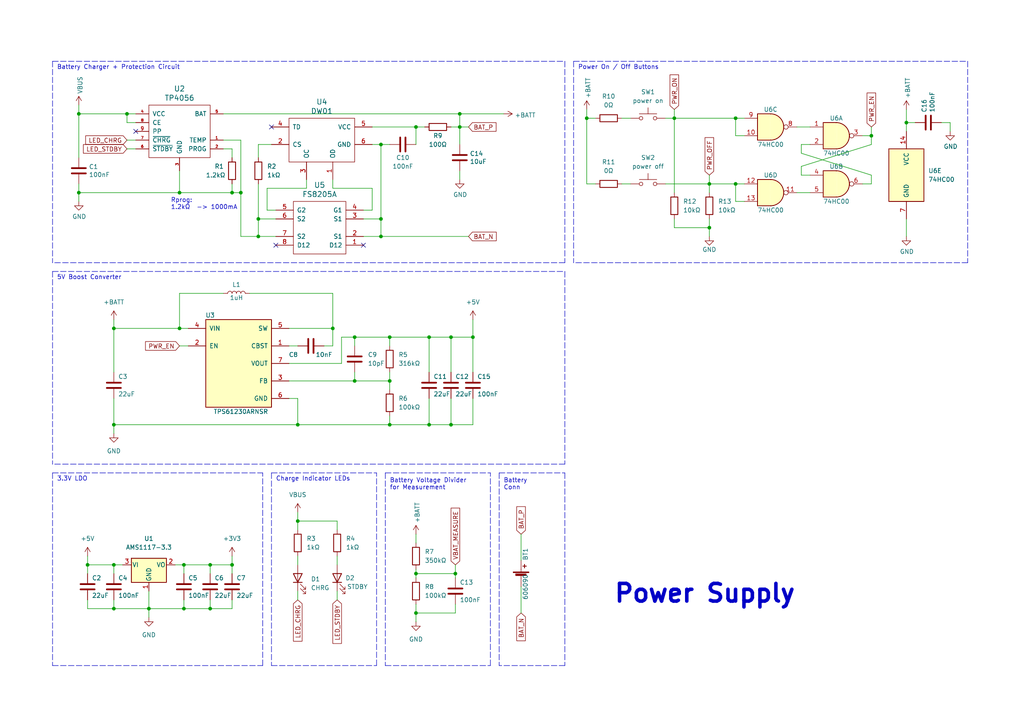
<source format=kicad_sch>
(kicad_sch (version 20211123) (generator eeschema)
  (paper "A4")
  (title_block (title "Breast Module") (date "2023-01-28") (rev "Proto V1") (comment 1 "(C) 2023 Ole Lange"))
  (lib_symbols
    (symbol "74xx:74HC00" (pin_names (offset 1.016))
      (property "Reference" "U" (at 0 1.27 0))
      (property "Value" "74HC00" (at 0 -1.27 0))
      (symbol "74HC00_1_1"
        (arc (start 0 -3.81) (mid 3.81 0) (end 0 3.81) (stroke (width 0.254)) (fill (type background)))
        (polyline (pts (xy 0 3.81) (xy -3.81 3.81) (xy -3.81 -3.81) (xy 0 -3.81)) (stroke (width 0.254)) (fill (type background)))
        (pin input line (at -7.62 2.54 0) (length 3.81) (name "~") (number "1"))
        (pin input line (at -7.62 -2.54 0) (length 3.81) (name "~") (number "2"))
        (pin output inverted (at 7.62 0 180) (length 3.81) (name "~") (number "3"))
      )
      (symbol "74HC00_1_2"
        (arc (start -3.81 -3.81) (mid -2.589 0) (end -3.81 3.81) (stroke (width 0.254)))
        (arc (start -0.6096 -3.81) (mid 2.1855 -2.584) (end 3.81 0) (stroke (width 0.254)) (fill (type background)))
        (polyline (pts (xy -3.81 -3.81) (xy -0.635 -3.81)) (stroke (width 0.254)) (fill (type background)))
        (polyline (pts (xy -3.81 3.81) (xy -0.635 3.81)) (stroke (width 0.254)) (fill (type background)))
        (polyline (pts (xy -0.635 3.81) (xy -3.81 3.81) (xy -3.81 3.81) (xy -3.556 3.4036) (xy -3.0226 2.2606) (xy -2.6924 1.0414) (xy -2.6162 -0.254) (xy -2.7686 -1.4986) (xy -3.175 -2.7178) (xy -3.81 -3.81) (xy -3.81 -3.81) (xy -0.635 -3.81)) (stroke (width -25.4)) (fill (type background)))
        (arc (start 3.81 0) (mid 2.1928 2.5925) (end -0.6096 3.81) (stroke (width 0.254)) (fill (type background)))
        (pin input inverted (at -7.62 2.54 0) (length 4.318) (name "~") (number "1"))
        (pin input inverted (at -7.62 -2.54 0) (length 4.318) (name "~") (number "2"))
        (pin output line (at 7.62 0 180) (length 3.81) (name "~") (number "3"))
      )
      (symbol "74HC00_2_1"
        (arc (start 0 -3.81) (mid 3.81 0) (end 0 3.81) (stroke (width 0.254)) (fill (type background)))
        (polyline (pts (xy 0 3.81) (xy -3.81 3.81) (xy -3.81 -3.81) (xy 0 -3.81)) (stroke (width 0.254)) (fill (type background)))
        (pin input line (at -7.62 2.54 0) (length 3.81) (name "~") (number "4"))
        (pin input line (at -7.62 -2.54 0) (length 3.81) (name "~") (number "5"))
        (pin output inverted (at 7.62 0 180) (length 3.81) (name "~") (number "6"))
      )
      (symbol "74HC00_2_2"
        (arc (start -3.81 -3.81) (mid -2.589 0) (end -3.81 3.81) (stroke (width 0.254)))
        (arc (start -0.6096 -3.81) (mid 2.1855 -2.584) (end 3.81 0) (stroke (width 0.254)) (fill (type background)))
        (polyline (pts (xy -3.81 -3.81) (xy -0.635 -3.81)) (stroke (width 0.254)) (fill (type background)))
        (polyline (pts (xy -3.81 3.81) (xy -0.635 3.81)) (stroke (width 0.254)) (fill (type background)))
        (polyline (pts (xy -0.635 3.81) (xy -3.81 3.81) (xy -3.81 3.81) (xy -3.556 3.4036) (xy -3.0226 2.2606) (xy -2.6924 1.0414) (xy -2.6162 -0.254) (xy -2.7686 -1.4986) (xy -3.175 -2.7178) (xy -3.81 -3.81) (xy -3.81 -3.81) (xy -0.635 -3.81)) (stroke (width -25.4)) (fill (type background)))
        (arc (start 3.81 0) (mid 2.1928 2.5925) (end -0.6096 3.81) (stroke (width 0.254)) (fill (type background)))
        (pin input inverted (at -7.62 2.54 0) (length 4.318) (name "~") (number "4"))
        (pin input inverted (at -7.62 -2.54 0) (length 4.318) (name "~") (number "5"))
        (pin output line (at 7.62 0 180) (length 3.81) (name "~") (number "6"))
      )
      (symbol "74HC00_3_1"
        (arc (start 0 -3.81) (mid 3.81 0) (end 0 3.81) (stroke (width 0.254)) (fill (type background)))
        (polyline (pts (xy 0 3.81) (xy -3.81 3.81) (xy -3.81 -3.81) (xy 0 -3.81)) (stroke (width 0.254)) (fill (type background)))
        (pin input line (at -7.62 -2.54 0) (length 3.81) (name "~") (number "10"))
        (pin output inverted (at 7.62 0 180) (length 3.81) (name "~") (number "8"))
        (pin input line (at -7.62 2.54 0) (length 3.81) (name "~") (number "9"))
      )
      (symbol "74HC00_3_2"
        (arc (start -3.81 -3.81) (mid -2.589 0) (end -3.81 3.81) (stroke (width 0.254)))
        (arc (start -0.6096 -3.81) (mid 2.1855 -2.584) (end 3.81 0) (stroke (width 0.254)) (fill (type background)))
        (polyline (pts (xy -3.81 -3.81) (xy -0.635 -3.81)) (stroke (width 0.254)) (fill (type background)))
        (polyline (pts (xy -3.81 3.81) (xy -0.635 3.81)) (stroke (width 0.254)) (fill (type background)))
        (polyline (pts (xy -0.635 3.81) (xy -3.81 3.81) (xy -3.81 3.81) (xy -3.556 3.4036) (xy -3.0226 2.2606) (xy -2.6924 1.0414) (xy -2.6162 -0.254) (xy -2.7686 -1.4986) (xy -3.175 -2.7178) (xy -3.81 -3.81) (xy -3.81 -3.81) (xy -0.635 -3.81)) (stroke (width -25.4)) (fill (type background)))
        (arc (start 3.81 0) (mid 2.1928 2.5925) (end -0.6096 3.81) (stroke (width 0.254)) (fill (type background)))
        (pin input inverted (at -7.62 -2.54 0) (length 4.318) (name "~") (number "10"))
        (pin output line (at 7.62 0 180) (length 3.81) (name "~") (number "8"))
        (pin input inverted (at -7.62 2.54 0) (length 4.318) (name "~") (number "9"))
      )
      (symbol "74HC00_4_1"
        (arc (start 0 -3.81) (mid 3.81 0) (end 0 3.81) (stroke (width 0.254)) (fill (type background)))
        (polyline (pts (xy 0 3.81) (xy -3.81 3.81) (xy -3.81 -3.81) (xy 0 -3.81)) (stroke (width 0.254)) (fill (type background)))
        (pin output inverted (at 7.62 0 180) (length 3.81) (name "~") (number "11"))
        (pin input line (at -7.62 2.54 0) (length 3.81) (name "~") (number "12"))
        (pin input line (at -7.62 -2.54 0) (length 3.81) (name "~") (number "13"))
      )
      (symbol "74HC00_4_2"
        (arc (start -3.81 -3.81) (mid -2.589 0) (end -3.81 3.81) (stroke (width 0.254)))
        (arc (start -0.6096 -3.81) (mid 2.1855 -2.584) (end 3.81 0) (stroke (width 0.254)) (fill (type background)))
        (polyline (pts (xy -3.81 -3.81) (xy -0.635 -3.81)) (stroke (width 0.254)) (fill (type background)))
        (polyline (pts (xy -3.81 3.81) (xy -0.635 3.81)) (stroke (width 0.254)) (fill (type background)))
        (polyline (pts (xy -0.635 3.81) (xy -3.81 3.81) (xy -3.81 3.81) (xy -3.556 3.4036) (xy -3.0226 2.2606) (xy -2.6924 1.0414) (xy -2.6162 -0.254) (xy -2.7686 -1.4986) (xy -3.175 -2.7178) (xy -3.81 -3.81) (xy -3.81 -3.81) (xy -0.635 -3.81)) (stroke (width -25.4)) (fill (type background)))
        (arc (start 3.81 0) (mid 2.1928 2.5925) (end -0.6096 3.81) (stroke (width 0.254)) (fill (type background)))
        (pin output line (at 7.62 0 180) (length 3.81) (name "~") (number "11"))
        (pin input inverted (at -7.62 2.54 0) (length 4.318) (name "~") (number "12"))
        (pin input inverted (at -7.62 -2.54 0) (length 4.318) (name "~") (number "13"))
      )
      (symbol "74HC00_5_0"
        (pin power_in line (at 0 12.7 270) (length 5.08) (name "VCC") (number "14"))
        (pin power_in line (at 0 -12.7 90) (length 5.08) (name "GND") (number "7"))
      )
      (symbol "74HC00_5_1"
        (rectangle (start -5.08 7.62) (end 5.08 -7.62) (stroke (width 0.254)) (fill (type background)))
      )
    )
    (symbol "Device:Battery_Cell" (pin_numbers hide) (pin_names (offset 0) hide)
      (property "Reference" "BT" (at 2.54 2.54 0))
      (property "Value" "Battery_Cell" (at 2.54 0 0))
      (symbol "Battery_Cell_0_1"
        (rectangle (start -2.286 1.778) (end 2.286 1.524) (fill (type outline)))
        (rectangle (start -1.5748 1.1938) (end 1.4732 0.6858) (fill (type outline)))
        (polyline (pts (xy 0 0.762) (xy 0 0)))
        (polyline (pts (xy 0 1.778) (xy 0 2.54)))
        (polyline (pts (xy 0.508 3.429) (xy 1.524 3.429)) (stroke (width 0.254)))
        (polyline (pts (xy 1.016 3.937) (xy 1.016 2.921)) (stroke (width 0.254)))
      )
      (symbol "Battery_Cell_1_1"
        (pin passive line (at 0 5.08 270) (length 2.54) (name "+") (number "1"))
        (pin passive line (at 0 -2.54 90) (length 2.54) (name "-") (number "2"))
      )
    )
    (symbol "Device:C" (pin_numbers hide) (pin_names (offset 0.254))
      (property "Reference" "C" (at 0.635 2.54 0))
      (property "Value" "C" (at 0.635 -2.54 0))
      (symbol "C_0_1"
        (polyline (pts (xy -2.032 -0.762) (xy 2.032 -0.762)) (stroke (width 0.508)))
        (polyline (pts (xy -2.032 0.762) (xy 2.032 0.762)) (stroke (width 0.508)))
      )
      (symbol "C_1_1"
        (pin passive line (at 0 3.81 270) (length 2.794) (name "~") (number "1"))
        (pin passive line (at 0 -3.81 90) (length 2.794) (name "~") (number "2"))
      )
    )
    (symbol "Device:L" (pin_numbers hide) (pin_names (offset 1.016) hide)
      (property "Reference" "L" (at -1.27 0 90))
      (property "Value" "L" (at 1.905 0 90))
      (symbol "L_0_1"
        (arc (start 0 -2.54) (mid 0.635 -1.905) (end 0 -1.27))
        (arc (start 0 -1.27) (mid 0.635 -0.635) (end 0 0))
        (arc (start 0 0) (mid 0.635 0.635) (end 0 1.27))
        (arc (start 0 1.27) (mid 0.635 1.905) (end 0 2.54))
      )
      (symbol "L_1_1"
        (pin passive line (at 0 3.81 270) (length 1.27) (name "1") (number "1"))
        (pin passive line (at 0 -3.81 90) (length 1.27) (name "2") (number "2"))
      )
    )
    (symbol "Device:LED" (pin_numbers hide) (pin_names (offset 1.016) hide)
      (property "Reference" "D" (at 0 2.54 0))
      (property "Value" "LED" (at 0 -2.54 0))
      (symbol "LED_0_1"
        (polyline (pts (xy -1.27 -1.27) (xy -1.27 1.27)) (stroke (width 0.254)))
        (polyline (pts (xy -1.27 0) (xy 1.27 0)))
        (polyline (pts (xy 1.27 -1.27) (xy 1.27 1.27) (xy -1.27 0) (xy 1.27 -1.27)) (stroke (width 0.254)))
        (polyline (pts (xy -3.048 -0.762) (xy -4.572 -2.286) (xy -3.81 -2.286) (xy -4.572 -2.286) (xy -4.572 -1.524)))
        (polyline (pts (xy -1.778 -0.762) (xy -3.302 -2.286) (xy -2.54 -2.286) (xy -3.302 -2.286) (xy -3.302 -1.524)))
      )
      (symbol "LED_1_1"
        (pin passive line (at -3.81 0 0) (length 2.54) (name "K") (number "1"))
        (pin passive line (at 3.81 0 180) (length 2.54) (name "A") (number "2"))
      )
    )
    (symbol "Device:R" (pin_numbers hide) (pin_names (offset 0))
      (property "Reference" "R" (at 2.032 0 90))
      (property "Value" "R" (at 0 0 90))
      (symbol "R_0_1"
        (rectangle (start -1.016 -2.54) (end 1.016 2.54) (stroke (width 0.254)))
      )
      (symbol "R_1_1"
        (pin passive line (at 0 3.81 270) (length 1.27) (name "~") (number "1"))
        (pin passive line (at 0 -3.81 90) (length 1.27) (name "~") (number "2"))
      )
    )
    (symbol "Regulator_Linear:AMS1117-3.3" (pin_names (offset 0.254))
      (property "Reference" "U" (at -3.81 3.175 0))
      (property "Value" "AMS1117-3.3" (at 0 3.175 0))
      (symbol "AMS1117-3.3_0_1"
        (rectangle (start -5.08 -5.08) (end 5.08 1.905) (stroke (width 0.254)) (fill (type background)))
      )
      (symbol "AMS1117-3.3_1_1"
        (pin power_in line (at 0 -7.62 90) (length 2.54) (name "GND") (number "1"))
        (pin power_out line (at 7.62 0 180) (length 2.54) (name "VO") (number "2"))
        (pin power_in line (at -7.62 0 0) (length 2.54) (name "VI") (number "3"))
      )
    )
    (symbol "Switch:SW_Push" (pin_numbers hide) (pin_names (offset 1.016) hide)
      (property "Reference" "SW" (at 1.27 2.54 0))
      (property "Value" "SW_Push" (at 0 -1.524 0))
      (symbol "SW_Push_0_1"
        (circle (center -2.032 0) (radius 0.508))
        (polyline (pts (xy 0 1.27) (xy 0 3.048)))
        (polyline (pts (xy 2.54 1.27) (xy -2.54 1.27)))
        (circle (center 2.032 0) (radius 0.508))
        (pin passive line (at -5.08 0 0) (length 2.54) (name "1") (number "1"))
        (pin passive line (at 5.08 0 180) (length 2.54) (name "2") (number "2"))
      )
    )
    (symbol "TPS61230A:TPS61230ARNSR" (pin_names (offset 1.016))
      (property "Reference" "U?" (at -10.16 15.24 0))
      (property "Value" "TPS61230ARNSR" (at -3.81 12.7 0))
      (symbol "TPS61230ARNSR_0_0"
        (rectangle (start -12.7 10.16) (end 6.35 -15.24) (stroke (width 0.254)) (fill (type background)))
        (pin passive line (at 11.43 2.54 180) (length 5.08) (name "CBST") (number "1"))
        (pin input line (at -17.78 2.54 0) (length 5.08) (name "EN") (number "2"))
        (pin input line (at 11.43 -7.62 180) (length 5.08) (name "FB") (number "3"))
        (pin input line (at -17.78 7.62 0) (length 5.08) (name "VIN") (number "4"))
        (pin passive line (at 11.43 7.62 180) (length 5.08) (name "SW") (number "5"))
        (pin power_in line (at 11.43 -12.7 180) (length 5.08) (name "GND") (number "6"))
        (pin output line (at 11.43 -2.54 180) (length 5.08) (name "VOUT") (number "7"))
      )
    )
    (symbol "dw01:DW01" (pin_names (offset 1.016))
      (property "Reference" "U" (at 2.54 8.89 0))
      (property "Value" "DW01" (at -2.54 8.89 0))
      (symbol "DW01_0_1"
        (rectangle (start -8.89 6.35) (end 10.16 -6.35))
      )
      (symbol "DW01_1_1"
        (pin input line (at 3.81 -11.43 90) (length 5.08) (name "OD") (number "1"))
        (pin input line (at -13.97 -1.27 0) (length 5.08) (name "CS") (number "2"))
        (pin input line (at -3.81 -11.43 90) (length 5.08) (name "OC") (number "3"))
        (pin input line (at -13.97 3.81 0) (length 5.08) (name "TD") (number "4"))
        (pin input line (at 15.24 3.81 180) (length 5.08) (name "VCC") (number "5"))
        (pin input line (at 15.24 -1.27 180) (length 5.08) (name "GND") (number "6"))
      )
    )
    (symbol "fs8205a:FS8205A" (pin_names (offset 1.016))
      (property "Reference" "U" (at -5.08 -1.27 0))
      (property "Value" "FS8205A" (at -1.27 -3.81 0))
      (symbol "FS8205A_0_1"
        (rectangle (start -7.62 5.08) (end 7.62 -10.16))
      )
      (symbol "FS8205A_1_1"
        (pin input line (at 5.08 10.16 270) (length 5.08) (name "D12") (number "1"))
        (pin input line (at 2.54 10.16 270) (length 5.08) (name "S1") (number "2"))
        (pin input line (at -2.54 10.16 270) (length 5.08) (name "S1") (number "3"))
        (pin input line (at -5.08 10.16 270) (length 5.08) (name "G1") (number "4"))
        (pin input line (at -5.08 -15.24 90) (length 5.08) (name "G2") (number "5"))
        (pin input line (at -2.54 -15.24 90) (length 5.08) (name "S2") (number "6"))
        (pin input line (at 2.54 -15.24 90) (length 5.08) (name "S2") (number "7"))
        (pin input line (at 5.08 -15.24 90) (length 5.08) (name "D12") (number "8"))
      )
    )
    (symbol "power:+3V3" (power) (pin_names (offset 0))
      (property "Value" "+3V3" (at 0 3.556 0))
      (symbol "+3V3_0_1"
        (polyline (pts (xy -0.762 1.27) (xy 0 2.54)))
        (polyline (pts (xy 0 0) (xy 0 2.54)))
        (polyline (pts (xy 0 2.54) (xy 0.762 1.27)))
      )
      (symbol "+3V3_1_1"
        (pin power_in line (at 0 0 90) (length 0) hide (name "+3V3") (number "1"))
      )
    )
    (symbol "power:+5V" (power) (pin_names (offset 0))
      (property "Value" "+5V" (at 0 3.556 0))
      (symbol "+5V_0_1"
        (polyline (pts (xy -0.762 1.27) (xy 0 2.54)))
        (polyline (pts (xy 0 0) (xy 0 2.54)))
        (polyline (pts (xy 0 2.54) (xy 0.762 1.27)))
      )
      (symbol "+5V_1_1"
        (pin power_in line (at 0 0 90) (length 0) hide (name "+5V") (number "1"))
      )
    )
    (symbol "power:+BATT" (power) (pin_names (offset 0))
      (property "Value" "+BATT" (at 0 3.556 0))
      (symbol "+BATT_0_1"
        (polyline (pts (xy -0.762 1.27) (xy 0 2.54)))
        (polyline (pts (xy 0 0) (xy 0 2.54)))
        (polyline (pts (xy 0 2.54) (xy 0.762 1.27)))
      )
      (symbol "+BATT_1_1"
        (pin power_in line (at 0 0 90) (length 0) hide (name "+BATT") (number "1"))
      )
    )
    (symbol "power:GND" (power) (pin_names (offset 0))
      (property "Value" "GND" (at 0 -3.81 0))
      (symbol "GND_0_1"
        (polyline (pts (xy 0 0) (xy 0 -1.27) (xy 1.27 -1.27) (xy 0 -2.54) (xy -1.27 -1.27) (xy 0 -1.27)))
      )
      (symbol "GND_1_1"
        (pin power_in line (at 0 0 270) (length 0) hide (name "GND") (number "1"))
      )
    )
    (symbol "power:VBUS" (power) (pin_names (offset 0))
      (property "Value" "VBUS" (at 0 3.81 0))
      (symbol "VBUS_0_1"
        (polyline (pts (xy -0.762 1.27) (xy 0 2.54)))
        (polyline (pts (xy 0 0) (xy 0 2.54)))
        (polyline (pts (xy 0 2.54) (xy 0.762 1.27)))
      )
      (symbol "VBUS_1_1"
        (pin power_in line (at 0 0 90) (length 0) hide (name "VBUS") (number "1"))
      )
    )
    (symbol "tp4056:TP4056" (pin_names (offset 1.016))
      (property "Reference" "U" (at -8.89 10.16 0))
      (property "Value" "TP4056" (at 8.89 10.16 0))
      (symbol "TP4056_0_1"
        (rectangle (start -8.89 8.89) (end 8.89 -6.35))
      )
      (symbol "TP4056_1_1"
        (pin passive line (at 12.7 -1.27 180) (length 3.81) (name "TEMP") (number "1"))
        (pin passive line (at 12.7 -3.81 180) (length 3.81) (name "PROG") (number "2"))
        (pin power_in line (at 0 -10.16 90) (length 3.81) (name "GND") (number "3"))
        (pin power_in line (at -12.7 6.35 0) (length 3.81) (name "VCC") (number "4"))
        (pin power_out line (at 12.7 6.35 180) (length 3.81) (name "BAT") (number "5"))
        (pin open_collector line (at -12.7 -3.81 0) (length 3.81) (name "~{STDBY}") (number "6"))
        (pin open_collector line (at -12.7 -1.27 0) (length 3.81) (name "~{CHRG}") (number "7"))
        (pin input line (at -12.7 3.81 0) (length 3.81) (name "CE") (number "8"))
        (pin input line (at -12.7 1.27 0) (length 3.81) (name "PP") (number "9"))
      )
    )
  )
  (junction (at 133.35 33.02))
  (junction (at 213.36 53.34))
  (junction (at 74.93 63.5))
  (junction (at 130.81 97.79))
  (junction (at 120.65 36.83))
  (junction (at 33.02 123.19))
  (junction (at 113.03 97.79))
  (junction (at 22.86 33.02))
  (junction (at 252.73 39.37))
  (junction (at 36.83 33.02))
  (junction (at 195.58 34.29))
  (junction (at 110.49 63.5))
  (junction (at 113.03 123.19))
  (junction (at 43.18 176.53))
  (junction (at 130.81 123.19))
  (junction (at 69.85 55.88))
  (junction (at 60.96 163.83))
  (junction (at 53.34 163.83))
  (junction (at 52.07 55.88))
  (junction (at 133.35 36.83))
  (junction (at 102.87 97.79))
  (junction (at 102.87 110.49))
  (junction (at 262.89 35.56))
  (junction (at 67.31 55.88))
  (junction (at 110.49 68.58))
  (junction (at 86.36 123.19))
  (junction (at 67.31 163.83))
  (junction (at 22.86 55.88))
  (junction (at 205.74 53.34))
  (junction (at 96.52 95.25))
  (junction (at 205.74 66.04))
  (junction (at 60.96 176.53))
  (junction (at 110.49 41.91))
  (junction (at 52.07 95.25))
  (junction (at 53.34 176.53))
  (junction (at 33.02 176.53))
  (junction (at 74.93 68.58))
  (junction (at 86.36 151.13))
  (junction (at 124.46 123.19))
  (junction (at 113.03 110.49))
  (junction (at 33.02 163.83))
  (junction (at 124.46 97.79))
  (junction (at 25.4 163.83))
  (junction (at 132.08 166.37))
  (junction (at 120.65 177.8))
  (junction (at 33.02 95.25))
  (junction (at 120.65 166.37))
  (junction (at 170.18 34.29))
  (junction (at 137.16 97.79))
  (junction (at 213.36 34.29))
  (no_connect (at 105.41 71.12))
  (no_connect (at 80.01 71.12))
  (no_connect (at 39.37 38.1))
  (no_connect (at 78.74 36.83))
  (wire (pts (xy 83.82 110.49) (xy 102.87 110.49)))
  (wire (pts (xy 96.52 100.33) (xy 93.98 100.33)))
  (wire (pts (xy 74.93 53.34) (xy 74.93 63.5)))
  (wire (pts (xy 252.73 39.37) (xy 252.73 36.83)))
  (wire (pts (xy 67.31 163.83) (xy 67.31 166.37)))
  (wire (pts (xy 99.06 97.79) (xy 102.87 97.79)))
  (wire (pts (xy 69.85 68.58) (xy 74.93 68.58)))
  (wire (pts (xy 172.72 53.34) (xy 170.18 53.34)))
  (wire (pts (xy 52.07 85.09) (xy 52.07 95.25)))
  (wire (pts (xy 137.16 123.19) (xy 130.81 123.19)))
  (wire (pts (xy 205.74 50.8) (xy 205.74 53.34)))
  (polyline (pts (xy 166.37 17.78) (xy 280.67 17.78)) (stroke (width 0) (type dash)))
  (wire (pts (xy 53.34 176.53) (xy 53.34 173.99)))
  (wire (pts (xy 130.81 123.19) (xy 124.46 123.19)))
  (wire (pts (xy 262.89 63.5) (xy 262.89 68.58)))
  (wire (pts (xy 113.03 97.79) (xy 113.03 100.33)))
  (wire (pts (xy 60.96 176.53) (xy 60.96 173.99)))
  (wire (pts (xy 72.39 85.09) (xy 96.52 85.09)))
  (wire (pts (xy 113.03 110.49) (xy 113.03 113.03)))
  (wire (pts (xy 213.36 34.29) (xy 213.36 39.37)))
  (wire (pts (xy 102.87 110.49) (xy 102.87 107.95)))
  (wire (pts (xy 120.65 177.8) (xy 132.08 177.8)))
  (polyline (pts (xy 78.74 137.16) (xy 78.74 193.04)))
  (wire (pts (xy 110.49 63.5) (xy 110.49 41.91)))
  (wire (pts (xy 107.95 41.91) (xy 110.49 41.91)))
  (wire (pts (xy 33.02 163.83) (xy 33.02 166.37)))
  (polyline (pts (xy 15.24 78.74) (xy 15.24 134.62)))
  (wire (pts (xy 137.16 92.71) (xy 137.16 97.79)))
  (wire (pts (xy 213.36 39.37) (xy 215.9 39.37)))
  (wire (pts (xy 64.77 85.09) (xy 52.07 85.09)))
  (wire (pts (xy 86.36 171.45) (xy 86.36 173.99)))
  (wire (pts (xy 96.52 54.61) (xy 107.95 54.61)))
  (wire (pts (xy 52.07 100.33) (xy 54.61 100.33)))
  (wire (pts (xy 133.35 41.91) (xy 133.35 36.83)))
  (polyline (pts (xy 15.24 17.78) (xy 15.24 76.2)) (stroke (width 0) (type dash)))
  (wire (pts (xy 110.49 68.58) (xy 135.89 68.58)))
  (wire (pts (xy 33.02 163.83) (xy 25.4 163.83)))
  (wire (pts (xy 110.49 63.5) (xy 110.49 68.58)))
  (polyline (pts (xy 15.24 78.74) (xy 163.83 78.74)))
  (wire (pts (xy 53.34 163.83) (xy 53.34 166.37)))
  (wire (pts (xy 43.18 176.53) (xy 43.18 179.07)))
  (wire (pts (xy 275.59 38.1) (xy 275.59 35.56)))
  (wire (pts (xy 195.58 34.29) (xy 195.58 55.88)))
  (wire (pts (xy 205.74 66.04) (xy 195.58 66.04)))
  (wire (pts (xy 52.07 55.88) (xy 52.07 49.53)))
  (wire (pts (xy 22.86 33.02) (xy 22.86 30.48)))
  (wire (pts (xy 137.16 97.79) (xy 137.16 107.95)))
  (wire (pts (xy 124.46 97.79) (xy 130.81 97.79)))
  (polyline (pts (xy 163.83 78.74) (xy 163.83 134.62)))
  (wire (pts (xy 83.82 100.33) (xy 86.36 100.33)))
  (polyline (pts (xy 15.24 17.78) (xy 163.83 17.78)) (stroke (width 0) (type dash)))
  (wire (pts (xy 250.19 53.34) (xy 252.73 53.34)))
  (wire (pts (xy 77.47 54.61) (xy 77.47 60.96)))
  (wire (pts (xy 86.36 123.19) (xy 113.03 123.19)))
  (wire (pts (xy 67.31 161.29) (xy 67.31 163.83)))
  (wire (pts (xy 53.34 176.53) (xy 60.96 176.53)))
  (wire (pts (xy 113.03 120.65) (xy 113.03 123.19)))
  (polyline (pts (xy 166.37 17.78) (xy 166.37 76.2)) (stroke (width 0) (type dash)))
  (wire (pts (xy 64.77 33.02) (xy 133.35 33.02)))
  (wire (pts (xy 132.08 166.37) (xy 132.08 167.64)))
  (wire (pts (xy 215.9 58.42) (xy 213.36 58.42)))
  (wire (pts (xy 107.95 36.83) (xy 120.65 36.83)))
  (polyline (pts (xy 15.24 137.16) (xy 15.24 193.04)))
  (polyline (pts (xy 76.2 193.04) (xy 76.2 137.16)))
  (wire (pts (xy 88.9 52.07) (xy 88.9 54.61)))
  (wire (pts (xy 22.86 45.72) (xy 22.86 33.02)))
  (wire (pts (xy 120.65 166.37) (xy 132.08 166.37)))
  (wire (pts (xy 36.83 40.64) (xy 39.37 40.64)))
  (wire (pts (xy 52.07 55.88) (xy 67.31 55.88)))
  (wire (pts (xy 54.61 95.25) (xy 52.07 95.25)))
  (wire (pts (xy 64.77 43.18) (xy 67.31 43.18)))
  (wire (pts (xy 195.58 66.04) (xy 195.58 63.5)))
  (wire (pts (xy 78.74 41.91) (xy 74.93 41.91)))
  (wire (pts (xy 86.36 148.59) (xy 86.36 151.13)))
  (wire (pts (xy 195.58 31.75) (xy 195.58 34.29)))
  (wire (pts (xy 83.82 105.41) (xy 99.06 105.41)))
  (wire (pts (xy 35.56 163.83) (xy 33.02 163.83)))
  (wire (pts (xy 252.73 39.37) (xy 252.73 41.91)))
  (wire (pts (xy 33.02 115.57) (xy 33.02 123.19)))
  (wire (pts (xy 234.95 50.8) (xy 232.41 50.8)))
  (wire (pts (xy 232.41 48.26) (xy 232.41 50.8)))
  (polyline (pts (xy 163.83 137.16) (xy 163.83 193.04)))
  (wire (pts (xy 64.77 40.64) (xy 69.85 40.64)))
  (wire (pts (xy 74.93 63.5) (xy 80.01 63.5)))
  (wire (pts (xy 180.34 34.29) (xy 182.88 34.29)))
  (wire (pts (xy 43.18 176.53) (xy 43.18 171.45)))
  (polyline (pts (xy 144.78 137.16) (xy 144.78 193.04)))
  (wire (pts (xy 232.41 41.91) (xy 232.41 44.45)))
  (wire (pts (xy 97.79 161.29) (xy 97.79 163.83)))
  (wire (pts (xy 97.79 151.13) (xy 97.79 153.67)))
  (wire (pts (xy 215.9 34.29) (xy 213.36 34.29)))
  (wire (pts (xy 86.36 161.29) (xy 86.36 163.83)))
  (wire (pts (xy 33.02 95.25) (xy 33.02 107.95)))
  (wire (pts (xy 231.14 55.88) (xy 234.95 55.88)))
  (wire (pts (xy 170.18 31.75) (xy 170.18 34.29)))
  (wire (pts (xy 135.89 36.83) (xy 133.35 36.83)))
  (wire (pts (xy 83.82 95.25) (xy 96.52 95.25)))
  (wire (pts (xy 74.93 63.5) (xy 74.93 68.58)))
  (wire (pts (xy 50.8 163.83) (xy 53.34 163.83)))
  (wire (pts (xy 33.02 173.99) (xy 33.02 176.53)))
  (wire (pts (xy 67.31 55.88) (xy 69.85 55.88)))
  (wire (pts (xy 113.03 110.49) (xy 102.87 110.49)))
  (polyline (pts (xy 109.22 193.04) (xy 109.22 137.16)))
  (wire (pts (xy 105.41 68.58) (xy 110.49 68.58)))
  (wire (pts (xy 170.18 34.29) (xy 172.72 34.29)))
  (wire (pts (xy 96.52 95.25) (xy 96.52 100.33)))
  (wire (pts (xy 133.35 33.02) (xy 146.05 33.02)))
  (wire (pts (xy 77.47 60.96) (xy 80.01 60.96)))
  (wire (pts (xy 33.02 123.19) (xy 33.02 125.73)))
  (wire (pts (xy 213.36 58.42) (xy 213.36 53.34)))
  (wire (pts (xy 25.4 173.99) (xy 25.4 176.53)))
  (polyline (pts (xy 111.76 193.04) (xy 142.24 193.04)))
  (wire (pts (xy 67.31 43.18) (xy 67.31 45.72)))
  (wire (pts (xy 234.95 41.91) (xy 232.41 41.91)))
  (wire (pts (xy 36.83 33.02) (xy 36.83 35.56)))
  (wire (pts (xy 52.07 95.25) (xy 33.02 95.25)))
  (wire (pts (xy 33.02 176.53) (xy 43.18 176.53)))
  (wire (pts (xy 137.16 115.57) (xy 137.16 123.19)))
  (wire (pts (xy 86.36 115.57) (xy 86.36 123.19)))
  (wire (pts (xy 193.04 34.29) (xy 195.58 34.29)))
  (wire (pts (xy 113.03 107.95) (xy 113.03 110.49)))
  (polyline (pts (xy 142.24 193.04) (xy 142.24 137.16)))
  (wire (pts (xy 252.73 50.8) (xy 252.73 53.34)))
  (wire (pts (xy 25.4 163.83) (xy 25.4 166.37)))
  (wire (pts (xy 275.59 35.56) (xy 273.05 35.56)))
  (wire (pts (xy 60.96 163.83) (xy 67.31 163.83)))
  (wire (pts (xy 232.41 48.26) (xy 252.73 41.91)))
  (wire (pts (xy 180.34 53.34) (xy 182.88 53.34)))
  (wire (pts (xy 151.13 154.94) (xy 151.13 162.56)))
  (wire (pts (xy 120.65 177.8) (xy 120.65 180.34)))
  (wire (pts (xy 124.46 115.57) (xy 124.46 123.19)))
  (polyline (pts (xy 111.76 137.16) (xy 111.76 193.04)))
  (polyline (pts (xy 280.67 76.2) (xy 166.37 76.2)) (stroke (width 0) (type dash)))
  (wire (pts (xy 120.65 36.83) (xy 123.19 36.83)))
  (wire (pts (xy 231.14 36.83) (xy 234.95 36.83)))
  (wire (pts (xy 60.96 163.83) (xy 60.96 166.37)))
  (polyline (pts (xy 111.76 137.16) (xy 142.24 137.16)))
  (wire (pts (xy 83.82 115.57) (xy 86.36 115.57)))
  (wire (pts (xy 107.95 60.96) (xy 105.41 60.96)))
  (wire (pts (xy 120.65 175.26) (xy 120.65 177.8)))
  (wire (pts (xy 60.96 176.53) (xy 67.31 176.53)))
  (polyline (pts (xy 163.83 193.04) (xy 144.78 193.04)))
  (wire (pts (xy 43.18 176.53) (xy 53.34 176.53)))
  (wire (pts (xy 120.65 166.37) (xy 120.65 167.64)))
  (wire (pts (xy 262.89 35.56) (xy 265.43 35.56)))
  (wire (pts (xy 205.74 53.34) (xy 213.36 53.34)))
  (wire (pts (xy 193.04 53.34) (xy 205.74 53.34)))
  (wire (pts (xy 25.4 176.53) (xy 33.02 176.53)))
  (wire (pts (xy 97.79 171.45) (xy 97.79 173.99)))
  (wire (pts (xy 120.65 154.94) (xy 120.65 157.48)))
  (wire (pts (xy 205.74 66.04) (xy 205.74 68.58)))
  (wire (pts (xy 36.83 43.18) (xy 39.37 43.18)))
  (polyline (pts (xy 163.83 76.2) (xy 15.24 76.2)) (stroke (width 0) (type dash)))
  (wire (pts (xy 130.81 97.79) (xy 137.16 97.79)))
  (wire (pts (xy 195.58 34.29) (xy 213.36 34.29)))
  (wire (pts (xy 132.08 175.26) (xy 132.08 177.8)))
  (wire (pts (xy 262.89 35.56) (xy 262.89 38.1)))
  (wire (pts (xy 250.19 39.37) (xy 252.73 39.37)))
  (wire (pts (xy 110.49 41.91) (xy 113.03 41.91)))
  (polyline (pts (xy 280.67 17.78) (xy 280.67 76.2)) (stroke (width 0) (type dash)))
  (wire (pts (xy 86.36 151.13) (xy 97.79 151.13)))
  (wire (pts (xy 22.86 55.88) (xy 52.07 55.88)))
  (polyline (pts (xy 15.24 193.04) (xy 76.2 193.04)))
  (wire (pts (xy 133.35 52.07) (xy 133.35 49.53)))
  (wire (pts (xy 130.81 115.57) (xy 130.81 123.19)))
  (polyline (pts (xy 78.74 137.16) (xy 109.22 137.16)))
  (wire (pts (xy 205.74 63.5) (xy 205.74 66.04)))
  (polyline (pts (xy 15.24 137.16) (xy 76.2 137.16)))
  (wire (pts (xy 69.85 68.58) (xy 69.85 55.88)))
  (wire (pts (xy 124.46 123.19) (xy 113.03 123.19)))
  (wire (pts (xy 69.85 40.64) (xy 69.85 55.88)))
  (wire (pts (xy 33.02 92.71) (xy 33.02 95.25)))
  (wire (pts (xy 113.03 97.79) (xy 124.46 97.79)))
  (wire (pts (xy 33.02 123.19) (xy 86.36 123.19)))
  (wire (pts (xy 86.36 153.67) (xy 86.36 151.13)))
  (wire (pts (xy 96.52 85.09) (xy 96.52 95.25)))
  (wire (pts (xy 22.86 55.88) (xy 22.86 58.42)))
  (wire (pts (xy 107.95 54.61) (xy 107.95 60.96)))
  (wire (pts (xy 105.41 63.5) (xy 110.49 63.5)))
  (wire (pts (xy 124.46 97.79) (xy 124.46 107.95)))
  (wire (pts (xy 262.89 31.75) (xy 262.89 35.56)))
  (wire (pts (xy 232.41 44.45) (xy 252.73 50.8)))
  (wire (pts (xy 151.13 170.18) (xy 151.13 177.8)))
  (wire (pts (xy 213.36 53.34) (xy 215.9 53.34)))
  (wire (pts (xy 39.37 33.02) (xy 36.83 33.02)))
  (polyline (pts (xy 78.74 193.04) (xy 109.22 193.04)))
  (wire (pts (xy 133.35 36.83) (xy 133.35 33.02)))
  (wire (pts (xy 74.93 41.91) (xy 74.93 45.72)))
  (wire (pts (xy 130.81 97.79) (xy 130.81 107.95)))
  (wire (pts (xy 74.93 68.58) (xy 80.01 68.58)))
  (wire (pts (xy 22.86 33.02) (xy 36.83 33.02)))
  (wire (pts (xy 130.81 36.83) (xy 133.35 36.83)))
  (polyline (pts (xy 163.83 17.78) (xy 163.83 76.2)) (stroke (width 0) (type dash)))
  (wire (pts (xy 102.87 97.79) (xy 113.03 97.79)))
  (wire (pts (xy 170.18 53.34) (xy 170.18 34.29)))
  (wire (pts (xy 67.31 53.34) (xy 67.31 55.88)))
  (wire (pts (xy 53.34 163.83) (xy 60.96 163.83)))
  (wire (pts (xy 120.65 41.91) (xy 120.65 36.83)))
  (wire (pts (xy 67.31 173.99) (xy 67.31 176.53)))
  (wire (pts (xy 102.87 97.79) (xy 102.87 100.33)))
  (wire (pts (xy 120.65 165.1) (xy 120.65 166.37)))
  (wire (pts (xy 25.4 161.29) (xy 25.4 163.83)))
  (polyline (pts (xy 163.83 134.62) (xy 15.24 134.62)))
  (wire (pts (xy 99.06 105.41) (xy 99.06 97.79)))
  (wire (pts (xy 22.86 53.34) (xy 22.86 55.88)))
  (wire (pts (xy 77.47 54.61) (xy 88.9 54.61)))
  (wire (pts (xy 96.52 52.07) (xy 96.52 54.61)))
  (wire (pts (xy 132.08 166.37) (xy 132.08 163.83)))
  (wire (pts (xy 205.74 53.34) (xy 205.74 55.88)))
  (polyline (pts (xy 144.78 137.16) (xy 163.83 137.16)))
  (wire (pts (xy 36.83 35.56) (xy 39.37 35.56)))
  (text "Battery Voltage Divider\nfor Measurement" (at 113.03 142.24 0) (effects (font (size 1.27 1.27)) (justify left bottom)))
  (text "Battery Charger + Protection Circuit" (at 16.51 20.32 0) (effects (font (size 1.27 1.27)) (justify left bottom)))
  (text "Charge Indicator LEDs" (at 80.01 139.7 0) (effects (font (size 1.27 1.27)) (justify left bottom)))
  (text "3.3V LDO" (at 16.51 139.7 0) (effects (font (size 1.27 1.27)) (justify left bottom)))
  (text "Power On / Off Buttons" (at 167.64 20.32 0) (effects (font (size 1.27 1.27)) (justify left bottom)))
  (text "Power Supply" (at 177.8 175.26 0) (effects (font (size 5.12 5.12) (thickness 1.024) bold) (justify left bottom)))
  (text "Battery\nConn" (at 146.05 142.24 0) (effects (font (size 1.27 1.27)) (justify left bottom)))
  (text "Rprog:\n1.2kΩ  -> 1000mA" (at 49.53 60.96 0) (effects (font (size 1.27 1.27)) (justify left bottom)))
  (text "5V Boost Converter" (at 16.51 81.28 0) (effects (font (size 1.27 1.27)) (justify left bottom)))
  (global_label "PWR_EN" (shape input) (at 252.73 36.83 90) (property "Intersheet References" "${INTERSHEET_REFS}" (effects hide)))
  (global_label "PWR_OFF" (shape input) (at 205.74 50.8 90) (property "Intersheet References" "${INTERSHEET_REFS}" (effects hide)))
  (global_label "VBAT_MEASURE" (shape input) (at 132.08 163.83 90) (property "Intersheet References" "${INTERSHEET_REFS}" (effects hide)))
  (global_label "LED_CHRG" (shape input) (at 36.83 40.64 180) (property "Intersheet References" "${INTERSHEET_REFS}" (effects hide)))
  (global_label "BAT_P" (shape input) (at 135.89 36.83 0) (property "Intersheet References" "${INTERSHEET_REFS}" (effects hide)))
  (global_label "PWR_EN" (shape input) (at 52.07 100.33 180) (property "Intersheet References" "${INTERSHEET_REFS}" (effects hide)))
  (global_label "BAT_N" (shape input) (at 151.13 177.8 270) (property "Intersheet References" "${INTERSHEET_REFS}" (effects hide)))
  (global_label "PWR_ON" (shape input) (at 195.58 31.75 90) (property "Intersheet References" "${INTERSHEET_REFS}" (effects hide)))
  (global_label "BAT_P" (shape input) (at 151.13 154.94 90) (property "Intersheet References" "${INTERSHEET_REFS}" (effects hide)))
  (global_label "BAT_N" (shape input) (at 135.89 68.58 0) (property "Intersheet References" "${INTERSHEET_REFS}" (effects hide)))
  (global_label "LED_STDBY" (shape input) (at 97.79 173.99 270) (property "Intersheet References" "${INTERSHEET_REFS}" (effects hide)))
  (global_label "LED_CHRG" (shape input) (at 86.36 173.99 270) (property "Intersheet References" "${INTERSHEET_REFS}" (effects hide)))
  (global_label "LED_STDBY" (shape input) (at 36.83 43.18 180) (property "Intersheet References" "${INTERSHEET_REFS}" (effects hide)))
  (symbol (lib_id "Device:C") (at 25.4 170.18 0) (unit 1)
    (property "Reference" "C2" (at 26.67 167.64 0) (effects (justify left)))
    (property "Value" "22uF" (at 26.67 172.72 0) (effects (justify left)))
    (property "Footprint" "Capacitor_SMD:C_1206_3216Metric" (effects hide))
  )
  (symbol (lib_id "power:VBUS") (at 86.36 148.59 0) (unit 1)
    (property "Reference" "#PWR08" (effects hide))
    (property "Value" "VBUS" (at 86.36 143.51 0))
  )
  (symbol (lib_id "Device:C") (at 124.46 111.76 0) (unit 1)
    (property "Reference" "C11" (at 125.73 109.22 0) (effects (justify left)))
    (property "Value" "22uF" (at 125.73 114.3 0) (effects (justify left)))
    (property "Footprint" "Capacitor_SMD:C_1206_3216Metric" (effects hide))
  )
  (symbol (lib_id "Device:R") (at 67.31 49.53 0) (unit 1)
    (property "Reference" "R1" (at 62.23 48.26 0) (effects (justify left)))
    (property "Value" "1.2kΩ" (at 59.69 50.8 0) (effects (justify left)))
    (property "Footprint" "Resistor_SMD:R_0603_1608Metric" (effects hide))
  )
  (symbol (lib_id "Device:R") (at 74.93 49.53 0) (unit 1)
    (property "Reference" "R2" (at 77.47 48.26 0) (effects (justify left)))
    (property "Value" "1kΩ" (at 77.47 50.8 0) (effects (justify left)))
    (property "Footprint" "Resistor_SMD:R_0603_1608Metric" (effects hide))
  )
  (symbol (lib_id "power:+3V3") (at 67.31 161.29 0) (unit 1)
    (property "Reference" "#PWR07" (effects hide))
    (property "Value" "+3V3" (at 67.31 156.21 0))
  )
  (symbol (lib_id "Device:C") (at 60.96 170.18 0) (unit 1)
    (property "Reference" "C6" (at 62.23 167.64 0) (effects (justify left)))
    (property "Value" "22uF" (at 62.23 172.72 0) (effects (justify left)))
    (property "Footprint" "Capacitor_SMD:C_1206_3216Metric" (effects hide))
  )
  (symbol (lib_id "Regulator_Linear:AMS1117-3.3") (at 43.18 163.83 0) (unit 1)
    (property "Reference" "U1" (at 43.18 156.21 0))
    (property "Value" "AMS1117-3.3" (at 43.18 158.75 0))
    (property "Footprint" "Package_TO_SOT_SMD:SOT-223-3_TabPin2" (effects hide))
    (property "Datasheet" "http://www.advanced-monolithic.com/pdf/ds1117.pdf" (effects hide))
  )
  (symbol (lib_id "power:GND") (at 205.74 68.58 0) (unit 1)
    (property "Reference" "#PWR015" (effects hide))
    (property "Value" "GND" (at 205.74 72.39 0))
  )
  (symbol (lib_id "power:GND") (at 262.89 68.58 0) (unit 1)
    (property "Reference" "#PWR017" (effects hide))
    (property "Value" "GND" (at 263.017 72.9742 0))
  )
  (symbol (lib_id "Device:LED") (at 86.36 167.64 90) (unit 1)
    (property "Reference" "D1" (at 90.17 167.9574 90) (effects (justify right)))
    (property "Value" "CHRG" (at 90.17 170.4974 90) (effects (justify right)))
    (property "Footprint" "LED_SMD:LED_0603_1608Metric" (effects hide))
  )
  (symbol (lib_id "power:+5V") (at 25.4 161.29 0) (unit 1)
    (property "Reference" "#PWR03" (effects hide))
    (property "Value" "+5V" (at 25.4 156.21 0))
  )
  (symbol (lib_id "Device:Battery_Cell") (at 151.13 167.64 0) (unit 1)
    (property "Reference" "BT1" (at 152.4 162.56 90) (effects (justify left)))
    (property "Value" "606090" (at 152.4 173.99 90) (effects (justify left)))
    (property "Footprint" "Connector_JST:JST_XH_S2B-XH-A-1_1x02_P2.50mm_Horizontal" (effects hide))
  )
  (symbol (lib_id "dw01:DW01") (at 92.71 40.64 0) (unit 1)
    (property "Reference" "U4" (at 93.345 29.5402 0) (effects (font (size 1.524 1.524))))
    (property "Value" "DW01" (at 93.345 32.2326 0) (effects (font (size 1.524 1.524))))
    (property "Footprint" "Package_TO_SOT_SMD:SOT-23-6" (effects hide))
  )
  (symbol (lib_id "power:GND") (at 22.86 58.42 0) (unit 1)
    (property "Reference" "#PWR02" (effects hide))
    (property "Value" "GND" (at 22.987 62.8142 0))
  )
  (symbol (lib_id "power:+BATT") (at 33.02 92.71 0) (unit 1)
    (property "Reference" "#PWR04" (effects hide))
    (property "Value" "+BATT" (at 33.02 87.63 0))
  )
  (symbol (lib_id "Device:R") (at 127 36.83 270) (unit 1)
    (property "Reference" "R9" (at 127 39.37 90))
    (property "Value" "100Ω" (at 127 41.91 90))
    (property "Footprint" "Resistor_SMD:R_0603_1608Metric" (effects hide))
  )
  (symbol (lib_id "fs8205a:FS8205A") (at 95.25 66.04 270) (unit 1)
    (property "Reference" "U5" (at 92.71 53.6702 90) (effects (font (size 1.524 1.524))))
    (property "Value" "FS8205A" (at 92.71 56.3626 90) (effects (font (size 1.524 1.524))))
    (property "Footprint" "Package_SO:TSSOP-8_4.4x3mm_P0.65mm" (effects hide))
  )
  (symbol (lib_id "Device:C") (at 90.17 100.33 90) (unit 1)
    (property "Reference" "C8" (at 85.09 102.87 90))
    (property "Value" "10nF" (at 93.98 102.87 90))
    (property "Footprint" "Capacitor_SMD:C_0603_1608Metric" (effects hide))
  )
  (symbol (lib_id "power:+BATT") (at 120.65 154.94 0) (unit 1)
    (property "Reference" "#PWR09" (effects hide))
    (property "Value" "+BATT" (at 121.031 151.6888 90) (effects (justify left)))
  )
  (symbol (lib_id "Device:C") (at 67.31 170.18 0) (unit 1)
    (property "Reference" "C7" (at 68.58 167.64 0) (effects (justify left)))
    (property "Value" "22uF" (at 68.58 172.72 0) (effects (justify left)))
    (property "Footprint" "Capacitor_SMD:C_1206_3216Metric" (effects hide))
  )
  (symbol (lib_id "power:+5V") (at 137.16 92.71 0) (unit 1)
    (property "Reference" "#PWR012" (effects hide))
    (property "Value" "+5V" (at 137.16 87.63 0))
  )
  (symbol (lib_id "Switch:SW_Push") (at 187.96 53.34 0) (unit 1)
    (property "Reference" "SW2" (at 187.96 45.72 0))
    (property "Value" "power off" (at 187.96 48.26 0))
    (property "Footprint" "Button_Switch_SMD:SW_Push_1P1T_NO_6x6mm_H9.5mm" (effects hide))
  )
  (symbol (lib_id "Device:R") (at 195.58 59.69 0) (unit 1)
    (property "Reference" "R12" (at 198.12 58.4199 0) (effects (justify left)))
    (property "Value" "10kΩ" (at 198.12 60.9599 0) (effects (justify left)))
    (property "Footprint" "Resistor_SMD:R_0603_1608Metric" (effects hide))
  )
  (symbol (lib_id "74xx:74HC00") (at 262.89 50.8 0) (unit 5)
    (property "Reference" "U6" (at 269.24 49.5299 0) (effects (justify left)))
    (property "Value" "74HC00" (at 269.24 52.0699 0) (effects (justify left)))
    (property "Footprint" "Package_SO:SO-14_3.9x8.65mm_P1.27mm" (effects hide))
    (property "Datasheet" "http://www.ti.com/lit/gpn/sn74hc00" (effects hide))
  )
  (symbol (lib_id "74xx:74HC00") (at 223.52 55.88 0) (unit 4)
    (property "Reference" "U6" (at 223.52 50.8 0))
    (property "Value" "74HC00" (at 223.52 60.96 0))
    (property "Footprint" "Package_SO:SO-14_3.9x8.65mm_P1.27mm" (effects hide))
    (property "Datasheet" "http://www.ti.com/lit/gpn/sn74hc00" (effects hide))
  )
  (symbol (lib_id "74xx:74HC00") (at 242.57 53.34 0) (unit 2)
    (property "Reference" "U6" (at 242.57 48.26 0))
    (property "Value" "74HC00" (at 242.57 58.42 0))
    (property "Footprint" "Package_SO:SO-14_3.9x8.65mm_P1.27mm" (effects hide))
    (property "Datasheet" "http://www.ti.com/lit/gpn/sn74hc00" (effects hide))
  )
  (symbol (lib_id "power:GND") (at 33.02 125.73 0) (unit 1)
    (property "Reference" "#PWR05" (effects hide))
    (property "Value" "GND" (at 33.02 130.81 0))
  )
  (symbol (lib_id "Device:R") (at 97.79 157.48 0) (unit 1)
    (property "Reference" "R4" (at 100.33 156.2099 0) (effects (justify left)))
    (property "Value" "1kΩ" (at 100.33 158.7499 0) (effects (justify left)))
    (property "Footprint" "Resistor_SMD:R_0603_1608Metric" (effects hide))
  )
  (symbol (lib_id "74xx:74HC00") (at 223.52 36.83 0) (unit 3)
    (property "Reference" "U6" (at 223.52 31.75 0))
    (property "Value" "74HC00" (at 223.52 41.91 0))
    (property "Footprint" "Package_SO:SO-14_3.9x8.65mm_P1.27mm" (effects hide))
    (property "Datasheet" "http://www.ti.com/lit/gpn/sn74hc00" (effects hide))
  )
  (symbol (lib_id "Device:C") (at 132.08 171.45 0) (unit 1)
    (property "Reference" "C13" (at 133.35 168.91 0) (effects (justify left)))
    (property "Value" "100nF" (at 133.35 173.99 0) (effects (justify left)))
    (property "Footprint" "Capacitor_SMD:C_0603_1608Metric" (effects hide))
  )
  (symbol (lib_id "TPS61230A:TPS61230ARNSR") (at 72.39 102.87 0) (unit 1)
    (property "Reference" "U3" (at 60.96 91.44 0))
    (property "Value" "TPS61230ARNSR" (at 69.85 119.38 0))
    (property "Footprint" "TPS61230ARNSR:IC_TPS61230ARNSR" (effects hide))
    (property "STANDARD" "Manufacturer Recommendations" (effects hide))
    (property "PARTREV" "B" (effects hide))
    (property "MANUFACTURER" "Texas Instruments" (effects hide))
    (property "MAXIMUM_PACKAGE_HEIGHT" "1.0 mm" (effects hide))
  )
  (symbol (lib_id "Switch:SW_Push") (at 187.96 34.29 0) (unit 1)
    (property "Reference" "SW1" (at 187.96 26.67 0))
    (property "Value" "power on" (at 187.96 29.21 0))
    (property "Footprint" "Button_Switch_SMD:SW_Push_1P1T_NO_6x6mm_H9.5mm" (effects hide))
  )
  (symbol (lib_id "Device:C") (at 22.86 49.53 0) (unit 1)
    (property "Reference" "C1" (at 25.781 48.3616 0) (effects (justify left)))
    (property "Value" "100nF" (at 25.781 50.673 0) (effects (justify left)))
    (property "Footprint" "Capacitor_SMD:C_0603_1608Metric" (effects hide))
  )
  (symbol (lib_id "Device:R") (at 120.65 161.29 0) (unit 1)
    (property "Reference" "R7" (at 123.19 160.0199 0) (effects (justify left)))
    (property "Value" "350kΩ" (at 123.19 162.5599 0) (effects (justify left)))
    (property "Footprint" "Resistor_SMD:R_0603_1608Metric" (effects hide))
  )
  (symbol (lib_id "power:+BATT") (at 262.89 31.75 0) (unit 1)
    (property "Reference" "#PWR016" (effects hide))
    (property "Value" "+BATT" (at 263.271 28.5242 90) (effects (justify left)))
  )
  (symbol (lib_id "power:+BATT") (at 170.18 31.75 0) (unit 1)
    (property "Reference" "#PWR014" (effects hide))
    (property "Value" "+BATT" (at 170.561 28.5242 90) (effects (justify left)))
  )
  (symbol (lib_id "power:GND") (at 275.59 38.1 0) (unit 1)
    (property "Reference" "#PWR018" (effects hide))
    (property "Value" "GND" (at 275.717 42.4942 0))
  )
  (symbol (lib_id "Device:R") (at 113.03 116.84 0) (unit 1)
    (property "Reference" "R6" (at 115.57 115.5699 0) (effects (justify left)))
    (property "Value" "100kΩ" (at 115.57 118.1099 0) (effects (justify left)))
    (property "Footprint" "Resistor_SMD:R_0603_1608Metric" (effects hide))
  )
  (symbol (lib_id "Device:R") (at 113.03 104.14 0) (unit 1)
    (property "Reference" "R5" (at 115.57 102.8699 0) (effects (justify left)))
    (property "Value" "316kΩ" (at 115.57 105.4099 0) (effects (justify left)))
    (property "Footprint" "Resistor_SMD:R_0603_1608Metric" (effects hide))
  )
  (symbol (lib_id "Device:R") (at 205.74 59.69 0) (unit 1)
    (property "Reference" "R13" (at 208.28 58.4199 0) (effects (justify left)))
    (property "Value" "10kΩ" (at 208.28 60.9599 0) (effects (justify left)))
    (property "Footprint" "Resistor_SMD:R_0603_1608Metric" (effects hide))
  )
  (symbol (lib_id "Device:C") (at 33.02 111.76 0) (unit 1)
    (property "Reference" "C3" (at 34.29 109.22 0) (effects (justify left)))
    (property "Value" "22uF" (at 34.29 114.3 0) (effects (justify left)))
    (property "Footprint" "Capacitor_SMD:C_1206_3216Metric" (effects hide))
  )
  (symbol (lib_id "Device:L") (at 68.58 85.09 90) (unit 1)
    (property "Reference" "L1" (at 68.58 82.55 90))
    (property "Value" "1uH" (at 68.58 86.36 90))
    (property "Footprint" "Inductor_SMD:L_Sunlord_MWSA05xxS" (effects hide))
  )
  (symbol (lib_id "power:GND") (at 43.18 179.07 0) (unit 1)
    (property "Reference" "#PWR06" (effects hide))
    (property "Value" "GND" (at 43.18 184.15 0))
  )
  (symbol (lib_id "Device:C") (at 133.35 45.72 0) (unit 1)
    (property "Reference" "C14" (at 136.271 44.5516 0) (effects (justify left)))
    (property "Value" "10uF" (at 136.271 46.863 0) (effects (justify left)))
    (property "Footprint" "Capacitor_SMD:C_0805_2012Metric" (effects hide))
  )
  (symbol (lib_id "power:VBUS") (at 22.86 30.48 0) (unit 1)
    (property "Reference" "#PWR01" (effects hide))
    (property "Value" "VBUS" (at 23.241 27.2542 90) (effects (justify left)))
  )
  (symbol (lib_id "74xx:74HC00") (at 242.57 39.37 0) (unit 1)
    (property "Reference" "U6" (at 242.57 34.29 0))
    (property "Value" "74HC00" (at 242.57 44.45 0))
    (property "Footprint" "Package_SO:SO-14_3.9x8.65mm_P1.27mm" (effects hide))
    (property "Datasheet" "http://www.ti.com/lit/gpn/sn74hc00" (effects hide))
  )
  (symbol (lib_id "Device:R") (at 86.36 157.48 0) (unit 1)
    (property "Reference" "R3" (at 88.9 156.2099 0) (effects (justify left)))
    (property "Value" "1kΩ" (at 88.9 158.7499 0) (effects (justify left)))
    (property "Footprint" "Resistor_SMD:R_0603_1608Metric" (effects hide))
  )
  (symbol (lib_id "Device:R") (at 120.65 171.45 0) (unit 1)
    (property "Reference" "R8" (at 123.19 170.1799 0) (effects (justify left)))
    (property "Value" "100kΩ" (at 123.19 172.7199 0) (effects (justify left)))
    (property "Footprint" "Resistor_SMD:R_0603_1608Metric" (effects hide))
  )
  (symbol (lib_id "Device:C") (at 116.84 41.91 90) (unit 1)
    (property "Reference" "C10" (at 116.84 45.72 90))
    (property "Value" "100nF" (at 116.84 48.26 90))
    (property "Footprint" "Capacitor_SMD:C_0603_1608Metric" (effects hide))
  )
  (symbol (lib_id "power:GND") (at 120.65 180.34 0) (unit 1)
    (property "Reference" "#PWR010" (effects hide))
    (property "Value" "GND" (at 120.65 185.42 0))
  )
  (symbol (lib_id "Device:C") (at 33.02 170.18 0) (unit 1)
    (property "Reference" "C4" (at 34.29 167.64 0) (effects (justify left)))
    (property "Value" "100nF" (at 34.29 172.72 0) (effects (justify left)))
    (property "Footprint" "Capacitor_SMD:C_0603_1608Metric" (effects hide))
  )
  (symbol (lib_id "Device:LED") (at 97.79 167.64 90) (unit 1)
    (property "Reference" "D2" (at 102.87 167.64 90) (effects (justify left)))
    (property "Value" "STDBY" (at 106.68 170.18 90) (effects (justify left)))
    (property "Footprint" "LED_SMD:LED_0603_1608Metric" (effects hide))
  )
  (symbol (lib_id "tp4056:TP4056") (at 52.07 39.37 0) (unit 1)
    (property "Reference" "U2" (at 52.07 25.7302 0) (effects (font (size 1.524 1.524))))
    (property "Value" "TP4056" (at 52.07 28.4226 0) (effects (font (size 1.524 1.524))))
    (property "Footprint" "Package_SO:SOIC-8-1EP_3.9x4.9mm_P1.27mm_EP2.29x3mm" (effects hide))
  )
  (symbol (lib_id "Device:C") (at 53.34 170.18 0) (unit 1)
    (property "Reference" "C5" (at 54.61 167.64 0) (effects (justify left)))
    (property "Value" "100nF" (at 54.61 172.72 0) (effects (justify left)))
    (property "Footprint" "Capacitor_SMD:C_0603_1608Metric" (effects hide))
  )
  (symbol (lib_id "Device:C") (at 137.16 111.76 0) (unit 1)
    (property "Reference" "C15" (at 138.43 109.22 0) (effects (justify left)))
    (property "Value" "100nF" (at 138.43 114.3 0) (effects (justify left)))
    (property "Footprint" "Capacitor_SMD:C_0603_1608Metric" (effects hide))
  )
  (symbol (lib_id "Device:R") (at 176.53 34.29 90) (unit 1)
    (property "Reference" "R10" (at 176.53 27.94 90))
    (property "Value" "0Ω" (at 176.53 30.48 90))
    (property "Footprint" "Resistor_SMD:R_0603_1608Metric" (effects hide))
  )
  (symbol (lib_id "Device:R") (at 176.53 53.34 90) (unit 1)
    (property "Reference" "R11" (at 176.53 46.99 90))
    (property "Value" "0Ω" (at 176.53 49.53 90))
    (property "Footprint" "Resistor_SMD:R_0603_1608Metric" (effects hide))
  )
  (symbol (lib_id "Device:C") (at 130.81 111.76 0) (unit 1)
    (property "Reference" "C12" (at 132.08 109.22 0) (effects (justify left)))
    (property "Value" "22uF" (at 132.08 114.3 0) (effects (justify left)))
    (property "Footprint" "Capacitor_SMD:C_1206_3216Metric" (effects hide))
  )
  (symbol (lib_id "power:GND") (at 133.35 52.07 0) (unit 1)
    (property "Reference" "#PWR011" (effects hide))
    (property "Value" "GND" (at 133.477 56.4642 0))
  )
  (symbol (lib_id "Device:C") (at 269.24 35.56 90) (unit 1)
    (property "Reference" "C16" (at 268.0716 32.639 0) (effects (justify left)))
    (property "Value" "100nF" (at 270.383 32.639 0) (effects (justify left)))
    (property "Footprint" "Capacitor_SMD:C_0603_1608Metric" (effects hide))
  )
  (symbol (lib_id "Device:C") (at 102.87 104.14 0) (unit 1)
    (property "Reference" "C9" (at 106.68 102.8699 0) (effects (justify left)))
    (property "Value" "10pF" (at 106.68 105.4099 0) (effects (justify left)))
    (property "Footprint" "Capacitor_SMD:C_0603_1608Metric" (effects hide))
  )
  (symbol (lib_id "power:+BATT") (at 146.05 33.02 270) (unit 1)
    (property "Reference" "#PWR013" (effects hide))
    (property "Value" "+BATT" (at 149.3012 33.401 90) (effects (justify left)))
  )
)
</source>
